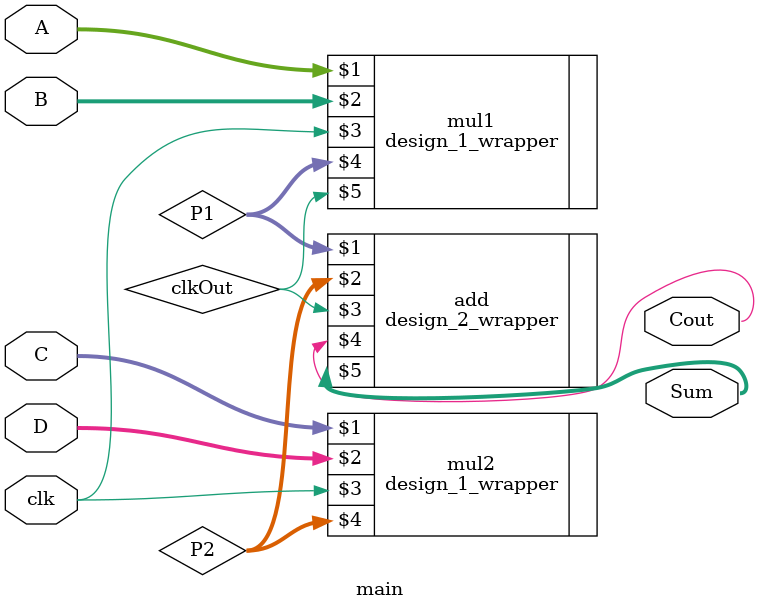
<source format=v>
`timescale 1ns / 1ps


module main(
    input clk,
    input [1:0] A,
    input [1:0] B,
    input [1:0] C,
    input [1:0] D,
    output reg [3:0] Sum,
    output reg Cout
    );
reg [3:0] P1, P2; 
reg clkOut;

design_1_wrapper mul1(A, B, clk, P1, clkOut);
design_1_wrapper mul2(C, D, clk, P2);

design_2_wrapper add(P1, P2, clkOut, Cout, Sum);


endmodule

</source>
